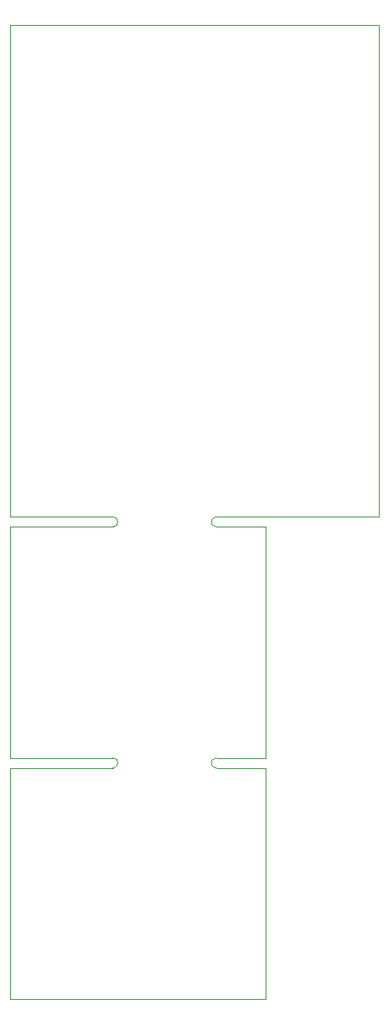
<source format=gbr>
%TF.GenerationSoftware,KiCad,Pcbnew,8.0.1-8.0.1-1~ubuntu22.04.1*%
%TF.CreationDate,2024-04-18T21:36:37+09:00*%
%TF.ProjectId,diy_oled_3d_controller,6469795f-6f6c-4656-945f-33645f636f6e,rev?*%
%TF.SameCoordinates,Original*%
%TF.FileFunction,Profile,NP*%
%FSLAX46Y46*%
G04 Gerber Fmt 4.6, Leading zero omitted, Abs format (unit mm)*
G04 Created by KiCad (PCBNEW 8.0.1-8.0.1-1~ubuntu22.04.1) date 2024-04-18 21:36:37*
%MOMM*%
%LPD*%
G01*
G04 APERTURE LIST*
%TA.AperFunction,Profile*%
%ADD10C,0.100000*%
%TD*%
G04 APERTURE END LIST*
D10*
X102000000Y-108500000D02*
G75*
G02*
X102000000Y-109500000I0J-500000D01*
G01*
X112500000Y-109500000D02*
G75*
G02*
X112500000Y-108500000I0J500000D01*
G01*
X91500000Y-109500000D02*
X102000000Y-109500000D01*
X117500000Y-109500000D02*
X112500000Y-109500000D01*
X117500000Y-108500000D02*
X112500000Y-108500000D01*
X91500000Y-108500000D02*
X102000000Y-108500000D01*
X102000000Y-84000000D02*
G75*
G02*
X102000000Y-85000000I0J-500000D01*
G01*
X112500000Y-85000000D02*
G75*
G02*
X112500000Y-84000000I0J500000D01*
G01*
X117500000Y-85000000D02*
X112500000Y-85000000D01*
X91500000Y-85000000D02*
X102000000Y-85000000D01*
X91500000Y-108500000D02*
X91500000Y-85000000D01*
X117500000Y-109500000D02*
X117500000Y-133000000D01*
X102000000Y-84000000D02*
X91500000Y-84000000D01*
X91500000Y-84000000D02*
X91500000Y-34000000D01*
X117500000Y-85000000D02*
X117500000Y-108500000D01*
X91500000Y-133000000D02*
X91500000Y-109500000D01*
X129000000Y-84000000D02*
X112500000Y-84000000D01*
X129000000Y-34000000D02*
X129000000Y-84000000D01*
X117500000Y-133000000D02*
X91500000Y-133000000D01*
X91500000Y-34000000D02*
X129000000Y-34000000D01*
M02*

</source>
